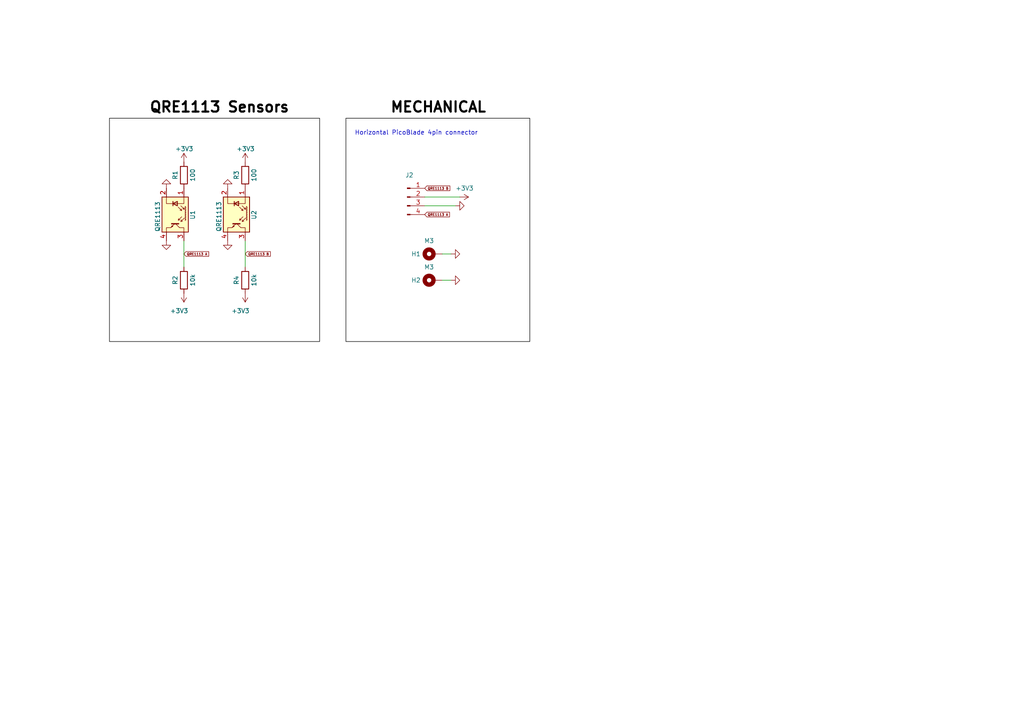
<source format=kicad_sch>
(kicad_sch (version 20231120) (generator "eeschema") (generator_version "8.0")
  (paper "A4")
  (lib_symbols
    (symbol "Connector:Conn_01x04_Pin" (pin_names (offset 1.016) hide)
      (property "Reference" "J" (at 0 5.08 0))
      (property "Value" "Conn_01x04_Pin" (at 0 -7.62 0))
      (symbol "Conn_01x04_Pin_1_1"
        (polyline (pts (xy 1.27 -5.08) (xy 0.8636 -5.08)) (stroke (width 0.1524)))
        (polyline (pts (xy 1.27 -2.54) (xy 0.8636 -2.54)) (stroke (width 0.1524)))
        (polyline (pts (xy 1.27 0) (xy 0.8636 0)) (stroke (width 0.1524)))
        (polyline (pts (xy 1.27 2.54) (xy 0.8636 2.54)) (stroke (width 0.1524)))
        (rectangle (start 0.8636 -4.953) (end 0 -5.207) (stroke (width 0.1524)) (fill (type outline)))
        (rectangle (start 0.8636 -2.413) (end 0 -2.667) (stroke (width 0.1524)) (fill (type outline)))
        (rectangle (start 0.8636 0.127) (end 0 -0.127) (stroke (width 0.1524)) (fill (type outline)))
        (rectangle (start 0.8636 2.667) (end 0 2.413) (stroke (width 0.1524)) (fill (type outline)))
        (pin passive line (at 5.08 2.54 180) (length 3.81) (name "Pin_1") (number "1"))
        (pin passive line (at 5.08 0 180) (length 3.81) (name "Pin_2") (number "2"))
        (pin passive line (at 5.08 -2.54 180) (length 3.81) (name "Pin_3") (number "3"))
        (pin passive line (at 5.08 -5.08 180) (length 3.81) (name "Pin_4") (number "4"))
      )
    )
    (symbol "Device:R" (pin_numbers hide) (pin_names (offset 0))
      (property "Reference" "R" (at 2.032 0 90))
      (property "Value" "R" (at 0 0 90))
      (symbol "R_0_1"
        (rectangle (start -1.016 -2.54) (end 1.016 2.54) (stroke (width 0.254)))
      )
      (symbol "R_1_1"
        (pin passive line (at 0 3.81 270) (length 1.27) (name "~") (number "1"))
        (pin passive line (at 0 -3.81 90) (length 1.27) (name "~") (number "2"))
      )
    )
    (symbol "GND_1" (power) (pin_names (offset 0))
      (property "Value" "GND_1" (at 0 -3.81 0))
      (symbol "GND_1_0_1"
        (polyline (pts (xy 0 0) (xy 0 -1.27) (xy 1.27 -1.27) (xy 0 -2.54) (xy -1.27 -1.27) (xy 0 -1.27)))
      )
      (symbol "GND_1_1_1"
        (pin power_in line (at 0 0 270) (length 0) hide (name "GND") (number "1"))
      )
    )
    (symbol "Mechanical:MountingHole_Pad" (pin_numbers hide) (pin_names (offset 1.016) hide)
      (property "Reference" "H" (at 0 6.35 0))
      (property "Value" "MountingHole_Pad" (at 0 4.445 0))
      (symbol "MountingHole_Pad_0_1"
        (circle (center 0 1.27) (radius 1.27) (stroke (width 1.27)))
      )
      (symbol "MountingHole_Pad_1_1"
        (pin input line (at 0 -2.54 90) (length 2.54) (name "1") (number "1"))
      )
    )
    (symbol "Sensor_Proximity:QRE1113" (pin_names (offset 0.0254) hide)
      (property "Reference" "U" (at -3.81 5.08 0))
      (property "Value" "QRE1113" (at 8.89 5.08 0))
      (symbol "QRE1113_0_1"
        (polyline (pts (xy -3.81 -0.635) (xy -2.54 -0.635)) (stroke (width 0.254)))
        (polyline (pts (xy -2.286 2.921) (xy -2.032 3.175)))
        (polyline (pts (xy -1.778 2.921) (xy -1.524 3.175)))
        (polyline (pts (xy -1.524 2.667) (xy -1.651 2.159)))
        (polyline (pts (xy -1.27 2.921) (xy -1.016 3.175)))
        (polyline (pts (xy -1.143 1.905) (xy -1.27 1.397)))
        (polyline (pts (xy -0.762 2.921) (xy -0.508 3.175)))
        (polyline (pts (xy -0.254 2.921) (xy 0 3.175)))
        (polyline (pts (xy 0.254 2.921) (xy 0.508 3.175)))
        (polyline (pts (xy 0.762 2.921) (xy 1.016 3.175)))
        (polyline (pts (xy 1.27 2.921) (xy 1.524 3.175)))
        (polyline (pts (xy 1.651 0.889) (xy 1.143 1.016)))
        (polyline (pts (xy 1.778 2.921) (xy -2.413 2.921)))
        (polyline (pts (xy 2.032 1.651) (xy 1.524 1.778)))
        (polyline (pts (xy 2.667 -0.127) (xy 3.81 -1.27)))
        (polyline (pts (xy 2.667 0.127) (xy 3.81 1.27)))
        (polyline (pts (xy -2.54 1.651) (xy -1.524 2.667) (xy -2.032 2.54)))
        (polyline (pts (xy -2.159 0.889) (xy -1.143 1.905) (xy -1.651 1.778)))
        (polyline (pts (xy 0.635 1.905) (xy 1.651 0.889) (xy 1.524 1.397)))
        (polyline (pts (xy 1.016 2.667) (xy 2.032 1.651) (xy 1.905 2.159)))
        (polyline (pts (xy 2.667 1.016) (xy 2.667 -1.016) (xy 2.667 -1.016)) (stroke (width 0.3556)))
        (polyline (pts (xy 3.81 -1.27) (xy 3.81 -2.54) (xy 5.08 -2.54)))
        (polyline (pts (xy 3.81 1.27) (xy 3.81 2.54) (xy 5.08 2.54)))
        (polyline (pts (xy -5.08 -2.54) (xy -3.175 -2.54) (xy -3.175 2.54) (xy -5.08 2.54)))
        (polyline (pts (xy -3.175 -0.635) (xy -3.81 0.635) (xy -2.54 0.635) (xy -3.175 -0.635)) (stroke (width 0.254)))
        (polyline (pts (xy 3.683 -1.143) (xy 3.429 -0.635) (xy 3.175 -0.889) (xy 3.683 -1.143)))
        (polyline (pts (xy -5.08 -3.81) (xy 5.08 -3.81) (xy 5.08 3.81) (xy -5.08 3.81) (xy -5.08 -3.81)) (stroke (width 0.254)) (fill (type background)))
      )
      (symbol "QRE1113_1_1"
        (pin passive line (at -7.62 2.54 0) (length 2.54) (name "A") (number "1"))
        (pin passive line (at -7.62 -2.54 0) (length 2.54) (name "K") (number "2"))
        (pin open_collector line (at 7.62 2.54 180) (length 2.54) (name "~") (number "3"))
        (pin open_emitter line (at 7.62 -2.54 180) (length 2.54) (name "~") (number "4"))
      )
    )
    (symbol "power:+3V3" (power) (pin_names (offset 0))
      (property "Value" "+3V3" (at 0 3.556 0))
      (symbol "+3V3_0_1"
        (polyline (pts (xy -0.762 1.27) (xy 0 2.54)))
        (polyline (pts (xy 0 0) (xy 0 2.54)))
        (polyline (pts (xy 0 2.54) (xy 0.762 1.27)))
      )
      (symbol "+3V3_1_1"
        (pin power_in line (at 0 0 90) (length 0) hide (name "+3V3") (number "1"))
      )
    )
  )
  (wire (pts (xy 123.19 57.15) (xy 133.35 57.15)))
  (wire (pts (xy 130.81 73.66) (xy 128.27 73.66)))
  (wire (pts (xy 53.34 69.85) (xy 53.34 77.47)))
  (wire (pts (xy 132.08 59.69) (xy 123.19 59.69)))
  (wire (pts (xy 71.12 69.85) (xy 71.12 77.47)))
  (wire (pts (xy 130.81 81.28) (xy 128.27 81.28)))
  (rectangle (start 100.33 34.29) (end 153.67 99.06) (stroke (width 0) (color 0 0 0 1)))
  (rectangle (start 31.75 34.29) (end 92.71 99.06) (stroke (width 0) (color 0 0 0 1)))
  (text "QRE1113 Sensors" (at 43.18 33.02 0) (effects (font (size 3 3) (thickness 0.6) (bold yes)) (justify left bottom)))
  (text "Horizontal PicoBlade 4pin connector" (at 102.87 39.37 0) (effects (font (size 1.27 1.27)) (justify left bottom)))
  (text "MECHANICAL" (at 113.03 33.02 0) (effects (font (size 3 3) (thickness 0.6) (bold yes)) (justify left bottom)))
  (global_label "QRE1113 B" (shape input) (at 71.12 73.66 0) (effects (font (size 0.7 0.7))) (property "Intersheetrefs" "${INTERSHEET_REFS}" (effects (hide yes))))
  (global_label "QRE1113 B" (shape input) (at 123.19 54.61 0) (effects (font (size 0.7 0.7))) (property "Intersheetrefs" "${INTERSHEET_REFS}" (effects (hide yes))))
  (global_label "QRE1113 A" (shape input) (at 53.34 73.66 0) (effects (font (size 0.7 0.7))) (property "Intersheetrefs" "${INTERSHEET_REFS}" (effects (hide yes))))
  (global_label "QRE1113 A" (shape input) (at 123.19 62.23 0) (effects (font (size 0.7 0.7))) (property "Intersheetrefs" "${INTERSHEET_REFS}" (effects (hide yes))))
  (symbol (lib_id "Connector:Conn_01x04_Pin") (at 118.11 57.15 0) (unit 1)
    (property "Reference" "J2" (at 118.745 50.8 0))
    (property "Value" "Conn_01x04_Pin" (effects (hide yes)))
    (property "Footprint" "Connector_Molex:Molex_PicoBlade_53261-0471_1x04-1MP_P1.25mm_Horizontal" (effects (hide yes)))
  )
  (symbol (lib_id "Sensor_Proximity:QRE1113") (at 50.8 62.23 270) (unit 1)
    (property "Reference" "U1" (at 55.88 60.96 0) (effects (justify left)))
    (property "Value" "QRE1113" (at 45.72 58.42 0) (effects (justify left)))
    (property "Footprint" "qre_miniboard_library:OnSemi_CASE100AQ - QRE1113" (effects (hide yes)))
    (property "Datasheet" "http://www.onsemi.com/pub/Collateral/QRE1113-D.PDF" (effects (hide yes)))
  )
  (symbol (lib_id "Device:R") (at 71.12 50.8 180) (unit 1)
    (property "Reference" "R3" (at 68.58 50.8 90))
    (property "Value" "100" (at 73.66 50.8 90))
    (property "Footprint" "Resistor_SMD:R_0805_2012Metric_Pad1.20x1.40mm_HandSolder" (effects (hide yes)))
  )
  (symbol (lib_name "GND_1") (lib_id "power:GND") (at 48.26 54.61 180) (unit 1)
    (property "Reference" "#PWR01" (effects (hide yes)))
    (property "Value" "GND" (effects (hide yes)))
  )
  (symbol (lib_name "GND_1") (lib_id "power:GND") (at 48.26 69.85 0) (unit 1)
    (property "Reference" "#PWR02" (effects (hide yes)))
    (property "Value" "GND" (effects (hide yes)))
  )
  (symbol (lib_name "GND_1") (lib_id "power:GND") (at 130.81 81.28 90) (unit 1)
    (property "Reference" "#PWR010" (effects (hide yes)))
    (property "Value" "GND" (effects (hide yes)))
  )
  (symbol (lib_name "GND_1") (lib_id "power:GND") (at 66.04 69.85 0) (unit 1)
    (property "Reference" "#PWR06" (effects (hide yes)))
    (property "Value" "GND" (effects (hide yes)))
  )
  (symbol (lib_name "GND_1") (lib_id "power:GND") (at 130.81 73.66 90) (unit 1)
    (property "Reference" "#PWR09" (effects (hide yes)))
    (property "Value" "GND" (effects (hide yes)))
  )
  (symbol (lib_id "Device:R") (at 53.34 81.28 180) (unit 1)
    (property "Reference" "R2" (at 50.8 81.28 90))
    (property "Value" "10k" (at 55.88 81.28 90))
    (property "Footprint" "Resistor_SMD:R_0805_2012Metric_Pad1.20x1.40mm_HandSolder" (effects (hide yes)))
  )
  (symbol (lib_id "Device:R") (at 53.34 50.8 180) (unit 1)
    (property "Reference" "R1" (at 50.8 50.8 90))
    (property "Value" "100" (at 55.88 50.8 90))
    (property "Footprint" "Resistor_SMD:R_0805_2012Metric_Pad1.20x1.40mm_HandSolder" (effects (hide yes)))
  )
  (symbol (lib_id "Mechanical:MountingHole_Pad") (at 125.73 81.28 90) (unit 1)
    (property "Reference" "H2" (at 120.65 81.28 90))
    (property "Value" "M3" (at 124.46 77.47 90))
    (property "Footprint" "MountingHole:MountingHole_3.2mm_M3_Pad" (effects (hide yes)))
  )
  (symbol (lib_name "GND_1") (lib_id "power:GND") (at 66.04 54.61 180) (unit 1)
    (property "Reference" "#PWR05" (effects (hide yes)))
    (property "Value" "GND" (effects (hide yes)))
  )
  (symbol (lib_id "power:+3V3") (at 71.12 46.99 0) (unit 1)
    (property "Reference" "#PWR07" (effects (hide yes)))
    (property "Value" "+3V3" (at 68.58 43.18 0) (effects (justify left)))
  )
  (symbol (lib_id "Device:R") (at 71.12 81.28 180) (unit 1)
    (property "Reference" "R4" (at 68.58 81.28 90))
    (property "Value" "10k" (at 73.66 81.28 90))
    (property "Footprint" "Resistor_SMD:R_0805_2012Metric_Pad1.20x1.40mm_HandSolder" (effects (hide yes)))
  )
  (symbol (lib_id "Sensor_Proximity:QRE1113") (at 68.58 62.23 270) (unit 1)
    (property "Reference" "U2" (at 73.66 60.96 0) (effects (justify left)))
    (property "Value" "QRE1113" (at 63.5 58.42 0) (effects (justify left)))
    (property "Footprint" "qre_miniboard_library:OnSemi_CASE100AQ - QRE1113" (effects (hide yes)))
    (property "Datasheet" "http://www.onsemi.com/pub/Collateral/QRE1113-D.PDF" (effects (hide yes)))
  )
  (symbol (lib_id "Mechanical:MountingHole_Pad") (at 125.73 73.66 90) (unit 1)
    (property "Reference" "H1" (at 120.65 73.66 90))
    (property "Value" "M3" (at 124.46 69.85 90))
    (property "Footprint" "MountingHole:MountingHole_3.2mm_M3_Pad" (effects (hide yes)))
  )
  (symbol (lib_id "power:+3V3") (at 53.34 46.99 0) (unit 1)
    (property "Reference" "#PWR03" (effects (hide yes)))
    (property "Value" "+3V3" (at 50.8 43.18 0) (effects (justify left)))
  )
  (symbol (lib_name "GND_1") (lib_id "power:GND") (at 132.08 59.69 90) (unit 1)
    (property "Reference" "#PWR020" (effects (hide yes)))
    (property "Value" "GND" (effects (hide yes)))
  )
  (symbol (lib_id "power:+3V3") (at 71.12 85.09 180) (unit 1)
    (property "Reference" "#PWR08" (effects (hide yes)))
    (property "Value" "+3V3" (at 72.39 90.17 0) (effects (justify left)))
  )
  (symbol (lib_id "power:+3V3") (at 133.35 57.15 270) (unit 1)
    (property "Reference" "#PWR019" (effects (hide yes)))
    (property "Value" "+3V3" (at 132.08 54.61 90) (effects (justify left)))
  )
  (symbol (lib_id "power:+3V3") (at 53.34 85.09 180) (unit 1)
    (property "Reference" "#PWR04" (effects (hide yes)))
    (property "Value" "+3V3" (at 54.61 90.17 0) (effects (justify left)))
  )
)
</source>
